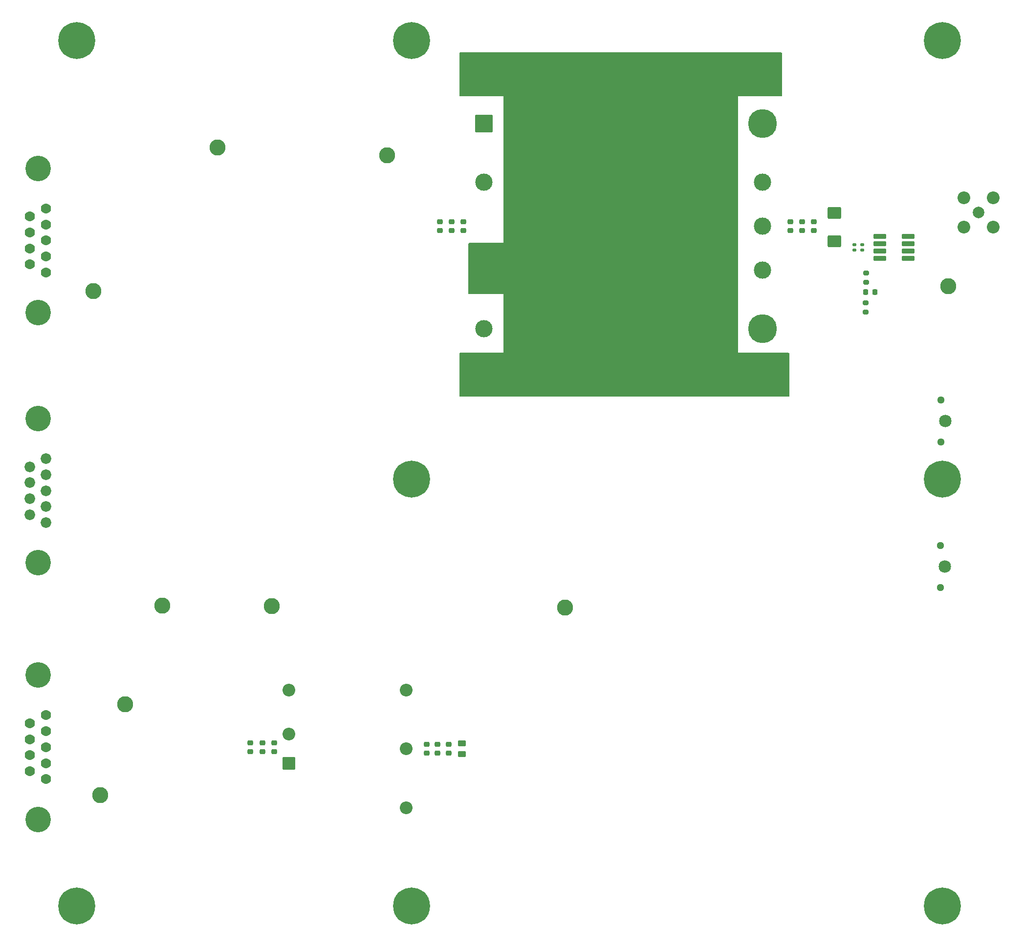
<source format=gbr>
%TF.GenerationSoftware,KiCad,Pcbnew,9.0.3*%
%TF.CreationDate,2025-09-16T14:49:37-04:00*%
%TF.ProjectId,9_TOF_PDU,395f544f-465f-4504-9455-2e6b69636164,rev?*%
%TF.SameCoordinates,Original*%
%TF.FileFunction,Soldermask,Bot*%
%TF.FilePolarity,Negative*%
%FSLAX46Y46*%
G04 Gerber Fmt 4.6, Leading zero omitted, Abs format (unit mm)*
G04 Created by KiCad (PCBNEW 9.0.3) date 2025-09-16 14:49:37*
%MOMM*%
%LPD*%
G01*
G04 APERTURE LIST*
G04 Aperture macros list*
%AMRoundRect*
0 Rectangle with rounded corners*
0 $1 Rounding radius*
0 $2 $3 $4 $5 $6 $7 $8 $9 X,Y pos of 4 corners*
0 Add a 4 corners polygon primitive as box body*
4,1,4,$2,$3,$4,$5,$6,$7,$8,$9,$2,$3,0*
0 Add four circle primitives for the rounded corners*
1,1,$1+$1,$2,$3*
1,1,$1+$1,$4,$5*
1,1,$1+$1,$6,$7*
1,1,$1+$1,$8,$9*
0 Add four rect primitives between the rounded corners*
20,1,$1+$1,$2,$3,$4,$5,0*
20,1,$1+$1,$4,$5,$6,$7,0*
20,1,$1+$1,$6,$7,$8,$9,0*
20,1,$1+$1,$8,$9,$2,$3,0*%
G04 Aperture macros list end*
%ADD10C,6.400000*%
%ADD11C,2.800000*%
%ADD12C,1.295400*%
%ADD13C,2.159000*%
%ADD14C,1.764000*%
%ADD15C,4.420000*%
%ADD16C,1.839000*%
%ADD17C,2.006600*%
%ADD18C,2.209800*%
%ADD19C,3.500000*%
%ADD20RoundRect,0.102000X-1.400000X-1.400000X1.400000X-1.400000X1.400000X1.400000X-1.400000X1.400000X0*%
%ADD21C,3.004000*%
%ADD22C,5.004000*%
%ADD23RoundRect,0.102000X1.000000X-1.000000X1.000000X1.000000X-1.000000X1.000000X-1.000000X-1.000000X0*%
%ADD24C,2.204000*%
%ADD25RoundRect,0.225000X0.250000X-0.225000X0.250000X0.225000X-0.250000X0.225000X-0.250000X-0.225000X0*%
%ADD26RoundRect,0.225000X-0.250000X0.225000X-0.250000X-0.225000X0.250000X-0.225000X0.250000X0.225000X0*%
%ADD27RoundRect,0.200000X-0.275000X0.200000X-0.275000X-0.200000X0.275000X-0.200000X0.275000X0.200000X0*%
%ADD28RoundRect,0.225000X0.225000X0.250000X-0.225000X0.250000X-0.225000X-0.250000X0.225000X-0.250000X0*%
%ADD29RoundRect,0.140000X0.170000X-0.140000X0.170000X0.140000X-0.170000X0.140000X-0.170000X-0.140000X0*%
%ADD30RoundRect,0.250000X0.450000X-0.262500X0.450000X0.262500X-0.450000X0.262500X-0.450000X-0.262500X0*%
%ADD31RoundRect,0.250000X-0.925000X0.787500X-0.925000X-0.787500X0.925000X-0.787500X0.925000X0.787500X0*%
%ADD32RoundRect,0.100500X0.986500X0.301500X-0.986500X0.301500X-0.986500X-0.301500X0.986500X-0.301500X0*%
G04 APERTURE END LIST*
D10*
%TO.C,H1*%
X128000000Y-64000000D03*
%TD*%
D11*
%TO.C,+3.3V1*%
X212598000Y-162306000D03*
%TD*%
D10*
%TO.C,H3*%
X186000000Y-64000000D03*
%TD*%
%TO.C,H2*%
X186000000Y-214000000D03*
%TD*%
D11*
%TO.C,+12V_{RTN}1*%
X152400000Y-82550000D03*
%TD*%
D10*
%TO.C,H6*%
X186000000Y-140000000D03*
%TD*%
%TO.C,H4*%
X278000000Y-214000000D03*
%TD*%
D11*
%TO.C,V_TELEM_{RTN}1*%
X136398000Y-179070000D03*
%TD*%
D12*
%TO.C,P1*%
X277610000Y-151490000D03*
X277610000Y-158810000D03*
D13*
X278370000Y-155160000D03*
%TD*%
D11*
%TO.C,V_{EN}1*%
X181780000Y-83870000D03*
%TD*%
%TO.C,V_TELEM_IN1*%
X132080000Y-194818000D03*
%TD*%
D14*
%TO.C,J2*%
X122720000Y-180933500D03*
X122720000Y-183703500D03*
X122720000Y-186473500D03*
X122720000Y-189243500D03*
X122720000Y-192013500D03*
X119880000Y-182318500D03*
X119880000Y-185088500D03*
X119880000Y-187858500D03*
X119880000Y-190628500D03*
D15*
X121300000Y-173973500D03*
X121300000Y-198973500D03*
%TD*%
D10*
%TO.C,H7*%
X128000000Y-214000000D03*
%TD*%
D16*
%TO.C,J3*%
X122720000Y-147540000D03*
X122720000Y-144770000D03*
X122720000Y-142000000D03*
X122720000Y-139230000D03*
X122720000Y-136460000D03*
X119880000Y-146155000D03*
X119880000Y-143385000D03*
X119880000Y-140615000D03*
X119880000Y-137845000D03*
D15*
X121300000Y-129500000D03*
X121300000Y-154500000D03*
%TD*%
D11*
%TO.C,SEC_{RTN}1*%
X279010000Y-106580000D03*
%TD*%
%TO.C,V_TELEM_{5V}1*%
X142850000Y-161930000D03*
%TD*%
D14*
%TO.C,J1*%
X122720000Y-93078500D03*
X122720000Y-95848500D03*
X122720000Y-98618500D03*
X122720000Y-101388500D03*
X122720000Y-104158500D03*
X119880000Y-94463500D03*
X119880000Y-97233500D03*
X119880000Y-100003500D03*
X119880000Y-102773500D03*
D15*
X121300000Y-86118500D03*
X121300000Y-111118500D03*
%TD*%
D17*
%TO.C,P_OUT1*%
X284238000Y-93748500D03*
D18*
X286778000Y-91208500D03*
X281698000Y-91208500D03*
X281698000Y-96288500D03*
X286778000Y-96288500D03*
%TD*%
D11*
%TO.C,+12V1*%
X130940000Y-107370000D03*
%TD*%
D12*
%TO.C,P2*%
X277740000Y-126280201D03*
X277740000Y-133600201D03*
D13*
X278500000Y-129950201D03*
%TD*%
D10*
%TO.C,H8*%
X278000000Y-140000000D03*
%TD*%
%TO.C,H5*%
X278000000Y-64000000D03*
%TD*%
D19*
%TO.C,U1*%
X198572500Y-70720000D03*
X198572500Y-121520000D03*
X246822500Y-70720000D03*
X246822500Y-121520000D03*
D20*
X198572500Y-78340000D03*
D21*
X198572500Y-88500000D03*
X198572500Y-103740000D03*
X198572500Y-113900000D03*
D22*
X246822500Y-113900000D03*
D21*
X246822500Y-103740000D03*
X246822500Y-96120000D03*
X246822500Y-88500000D03*
D22*
X246822500Y-78340000D03*
%TD*%
D11*
%TO.C,TELEM_{RTN}1*%
X161798000Y-162052000D03*
%TD*%
D23*
%TO.C,U2*%
X164755500Y-189273500D03*
D24*
X164755500Y-184173500D03*
X185055500Y-196973500D03*
X185055500Y-186773500D03*
X185055500Y-176573500D03*
X164755500Y-176573500D03*
%TD*%
D25*
%TO.C,C15*%
X160208000Y-187248500D03*
X160208000Y-185698500D03*
%TD*%
D26*
%TO.C,C4*%
X190947500Y-95345000D03*
X190947500Y-96895000D03*
%TD*%
D27*
%TO.C,R25*%
X264678000Y-109433500D03*
X264678000Y-111083500D03*
%TD*%
%TO.C,R23*%
X264728000Y-104233500D03*
X264728000Y-105883500D03*
%TD*%
D28*
%TO.C,C29*%
X266253000Y-107608500D03*
X264703000Y-107608500D03*
%TD*%
D29*
%TO.C,C26*%
X262758000Y-100298500D03*
X262758000Y-99338500D03*
%TD*%
D25*
%TO.C,C19*%
X190538000Y-187493500D03*
X190538000Y-185943500D03*
%TD*%
D26*
%TO.C,C10*%
X255738000Y-95343500D03*
X255738000Y-96893500D03*
%TD*%
%TO.C,C6*%
X195011500Y-95345000D03*
X195011500Y-96895000D03*
%TD*%
D30*
%TO.C,R13*%
X194738000Y-187631000D03*
X194738000Y-185806000D03*
%TD*%
D29*
%TO.C,C27*%
X264098000Y-100298500D03*
X264098000Y-99338500D03*
%TD*%
D31*
%TO.C,C11*%
X259238000Y-93856000D03*
X259238000Y-98781000D03*
%TD*%
D32*
%TO.C,U7*%
X272063000Y-97913500D03*
X272063000Y-99183500D03*
X272063000Y-100453500D03*
X272063000Y-101723500D03*
X267123000Y-101723500D03*
X267123000Y-100453500D03*
X267123000Y-99183500D03*
X267123000Y-97913500D03*
%TD*%
D25*
%TO.C,C18*%
X188638000Y-187493500D03*
X188638000Y-185943500D03*
%TD*%
%TO.C,C16*%
X162208000Y-187248500D03*
X162208000Y-185698500D03*
%TD*%
D26*
%TO.C,C9*%
X253638000Y-95343500D03*
X253638000Y-96893500D03*
%TD*%
%TO.C,C5*%
X192979500Y-95345000D03*
X192979500Y-96895000D03*
%TD*%
D25*
%TO.C,C20*%
X192438000Y-187493500D03*
X192438000Y-185943500D03*
%TD*%
D26*
%TO.C,C7*%
X251638000Y-95343500D03*
X251638000Y-96893500D03*
%TD*%
D25*
%TO.C,C14*%
X158108000Y-187248500D03*
X158108000Y-185698500D03*
%TD*%
G36*
X250133039Y-66059685D02*
G01*
X250178794Y-66112489D01*
X250190000Y-66164000D01*
X250190000Y-73536000D01*
X250170315Y-73603039D01*
X250117511Y-73648794D01*
X250066000Y-73660000D01*
X242570000Y-73660000D01*
X242570000Y-118110000D01*
X251336000Y-118110000D01*
X251403039Y-118129685D01*
X251448794Y-118182489D01*
X251460000Y-118234000D01*
X251460000Y-125606000D01*
X251440315Y-125673039D01*
X251387511Y-125718794D01*
X251336000Y-125730000D01*
X194434000Y-125730000D01*
X194366961Y-125710315D01*
X194321206Y-125657511D01*
X194310000Y-125606000D01*
X194310000Y-118234000D01*
X194329685Y-118166961D01*
X194382489Y-118121206D01*
X194434000Y-118110000D01*
X201930000Y-118110000D01*
X201930000Y-107950000D01*
X196008800Y-107950000D01*
X195941761Y-107930315D01*
X195896006Y-107877511D01*
X195884800Y-107826000D01*
X195884800Y-99184000D01*
X195904485Y-99116961D01*
X195957289Y-99071206D01*
X196008800Y-99060000D01*
X201930000Y-99060000D01*
X201930000Y-73660000D01*
X194434000Y-73660000D01*
X194366961Y-73640315D01*
X194321206Y-73587511D01*
X194310000Y-73536000D01*
X194310000Y-66164000D01*
X194329685Y-66096961D01*
X194382489Y-66051206D01*
X194434000Y-66040000D01*
X250066000Y-66040000D01*
X250133039Y-66059685D01*
G37*
M02*

</source>
